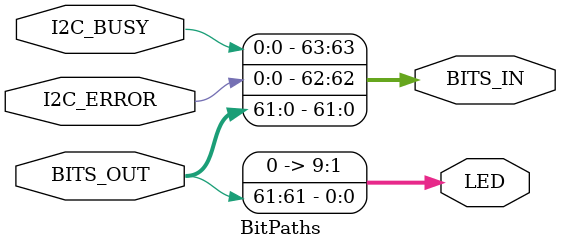
<source format=v>

module BitPaths(
    input [63:0] BITS_OUT,
    input I2C_BUSY,
    input I2C_ERROR,

    output [63:0] BITS_IN,
    output [9:0] LED
    );

    assign BITS_IN = {I2C_BUSY, I2C_ERROR, BITS_OUT[61:0]};
    assign LED = BITS_OUT[61];

endmodule

</source>
